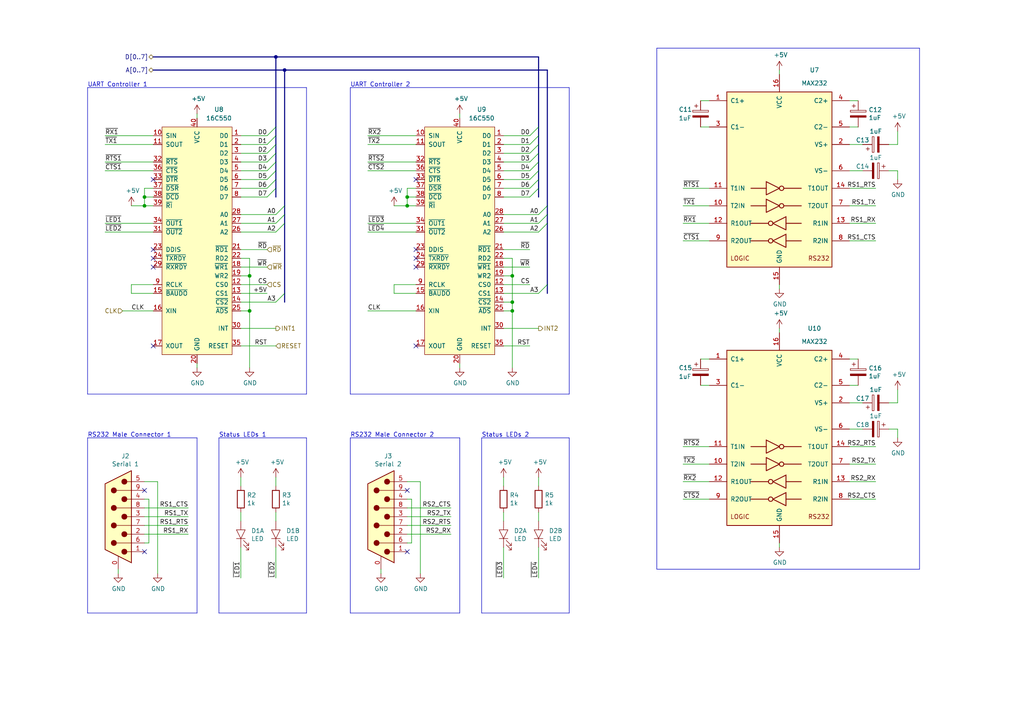
<source format=kicad_sch>
(kicad_sch (version 20230121) (generator eeschema)
  (paper "A4")
  (title_block (title "Project RackZ80 - RS232") (date "2021-04-09") (rev "1.0") (company "Jannik Kreucher"))
  (lib_symbols
    (symbol "Device:R" (pin_numbers hide) (pin_names (offset 0))
      (property "Reference" "R" (at 2.032 0 90))
      (property "Value" "R" (at 0 0 90))
      (symbol "R_0_1"
        (rectangle (start -1.016 -2.54) (end 1.016 2.54) (stroke (width 0.254)))
      )
      (symbol "R_1_1"
        (pin passive line (at 0 3.81 270) (length 1.27) (name "~") (number "1"))
        (pin passive line (at 0 -3.81 90) (length 1.27) (name "~") (number "2"))
      )
    )
    (symbol "Interface_UART:MAX232" (pin_names (offset 1.016))
      (property "Reference" "U" (at -2.54 28.575 0))
      (property "Value" "MAX232" (at -2.54 26.67 0))
      (symbol "MAX232_0_0"
        (text "LOGIC" (at -11.43 -22.86 0) (effects (font (size 1.27 1.27))))
        (text "RS232" (at 11.43 -22.86 0) (effects (font (size 1.27 1.27))))
      )
      (symbol "MAX232_0_1"
        (rectangle (start -15.24 -25.4) (end 15.24 25.4) (stroke (width 0.254)) (fill (type background)))
        (circle (center -2.54 -17.78) (radius 0.635) (stroke (width 0.254)))
        (circle (center -2.54 -12.7) (radius 0.635) (stroke (width 0.254)))
        (polyline (pts (xy -3.81 -7.62) (xy -8.255 -7.62)) (stroke (width 0.254)))
        (polyline (pts (xy -3.81 -2.54) (xy -8.255 -2.54)) (stroke (width 0.254)))
        (polyline (pts (xy -3.175 -17.78) (xy -8.255 -17.78)) (stroke (width 0.254)))
        (polyline (pts (xy -3.175 -12.7) (xy -8.255 -12.7)) (stroke (width 0.254)))
        (polyline (pts (xy 1.27 -7.62) (xy 6.35 -7.62)) (stroke (width 0.254)))
        (polyline (pts (xy 1.27 -2.54) (xy 6.35 -2.54)) (stroke (width 0.254)))
        (polyline (pts (xy 1.905 -17.78) (xy 6.35 -17.78)) (stroke (width 0.254)))
        (polyline (pts (xy 1.905 -12.7) (xy 6.35 -12.7)) (stroke (width 0.254)))
        (polyline (pts (xy -3.81 -5.715) (xy -3.81 -9.525) (xy 0 -7.62) (xy -3.81 -5.715)) (stroke (width 0.254)))
        (polyline (pts (xy -3.81 -0.635) (xy -3.81 -4.445) (xy 0 -2.54) (xy -3.81 -0.635)) (stroke (width 0.254)))
        (polyline (pts (xy 1.905 -15.875) (xy 1.905 -19.685) (xy -1.905 -17.78) (xy 1.905 -15.875)) (stroke (width 0.254)))
        (polyline (pts (xy 1.905 -10.795) (xy 1.905 -14.605) (xy -1.905 -12.7) (xy 1.905 -10.795)) (stroke (width 0.254)))
        (circle (center 0.635 -7.62) (radius 0.635) (stroke (width 0.254)))
        (circle (center 0.635 -2.54) (radius 0.635) (stroke (width 0.254)))
      )
      (symbol "MAX232_1_1"
        (pin passive line (at -20.32 22.86 0) (length 5.08) (name "C1+") (number "1"))
        (pin input line (at -20.32 -7.62 0) (length 5.08) (name "T2IN") (number "10"))
        (pin input line (at -20.32 -2.54 0) (length 5.08) (name "T1IN") (number "11"))
        (pin output line (at -20.32 -12.7 0) (length 5.08) (name "R1OUT") (number "12"))
        (pin input line (at 20.32 -12.7 180) (length 5.08) (name "R1IN") (number "13"))
        (pin output line (at 20.32 -2.54 180) (length 5.08) (name "T1OUT") (number "14"))
        (pin power_in line (at 0 -30.48 90) (length 5.08) (name "GND") (number "15"))
        (pin power_in line (at 0 30.48 270) (length 5.08) (name "VCC") (number "16"))
        (pin power_out line (at 20.32 10.16 180) (length 5.08) (name "VS+") (number "2"))
        (pin passive line (at -20.32 15.24 0) (length 5.08) (name "C1-") (number "3"))
        (pin passive line (at 20.32 22.86 180) (length 5.08) (name "C2+") (number "4"))
        (pin passive line (at 20.32 15.24 180) (length 5.08) (name "C2-") (number "5"))
        (pin power_out line (at 20.32 2.54 180) (length 5.08) (name "VS-") (number "6"))
        (pin output line (at 20.32 -7.62 180) (length 5.08) (name "T2OUT") (number "7"))
        (pin input line (at 20.32 -17.78 180) (length 5.08) (name "R2IN") (number "8"))
        (pin output line (at -20.32 -17.78 0) (length 5.08) (name "R2OUT") (number "9"))
      )
    )
    (symbol "RackZ80_Parts:16C550" (pin_names (offset 1.016))
      (property "Reference" "U" (at 6.35 35.56 0))
      (property "Value" "16C550" (at 6.35 33.02 0))
      (symbol "16C550_0_1"
        (rectangle (start -10.16 30.48) (end 10.16 -35.56) (fill (type background)))
      )
      (symbol "16C550_1_1"
        (pin bidirectional line (at -12.7 27.94 0) (length 2.54) (name "D0") (number "1"))
        (pin input line (at 12.7 27.94 180) (length 2.54) (name "SIN") (number "10"))
        (pin output line (at 12.7 25.4 180) (length 2.54) (name "SOUT") (number "11"))
        (pin input line (at -12.7 -15.24 0) (length 2.54) (name "CS0") (number "12"))
        (pin input line (at -12.7 -17.78 0) (length 2.54) (name "CS1") (number "13"))
        (pin input line (at -12.7 -20.32 0) (length 2.54) (name "~{CS2}") (number "14"))
        (pin output line (at 12.7 -17.78 180) (length 2.54) (name "~{BAUDO}") (number "15"))
        (pin input line (at 12.7 -22.86 180) (length 2.54) (name "XIN") (number "16"))
        (pin output line (at 12.7 -33.02 180) (length 2.54) (name "XOUT") (number "17"))
        (pin input line (at -12.7 -10.16 0) (length 2.54) (name "~{WR1}") (number "18"))
        (pin input line (at -12.7 -12.7 0) (length 2.54) (name "WR2") (number "19"))
        (pin bidirectional line (at -12.7 25.4 0) (length 2.54) (name "D1") (number "2"))
        (pin passive line (at 0 -38.1 90) (length 2.54) (name "GND") (number "20"))
        (pin input line (at -12.7 -5.08 0) (length 2.54) (name "~{RD1}") (number "21"))
        (pin input line (at -12.7 -7.62 0) (length 2.54) (name "RD2") (number "22"))
        (pin output line (at 12.7 -5.08 180) (length 2.54) (name "DDIS") (number "23"))
        (pin output line (at 12.7 -7.62 180) (length 2.54) (name "~{TXRDY}") (number "24"))
        (pin input line (at -12.7 -22.86 0) (length 2.54) (name "~{ADS}") (number "25"))
        (pin input line (at -12.7 0 0) (length 2.54) (name "A2") (number "26"))
        (pin input line (at -12.7 2.54 0) (length 2.54) (name "A1") (number "27"))
        (pin input line (at -12.7 5.08 0) (length 2.54) (name "A0") (number "28"))
        (pin output line (at 12.7 -10.16 180) (length 2.54) (name "~{RXRDY}") (number "29"))
        (pin bidirectional line (at -12.7 22.86 0) (length 2.54) (name "D2") (number "3"))
        (pin output line (at -12.7 -27.94 0) (length 2.54) (name "INT") (number "30"))
        (pin output line (at 12.7 0 180) (length 2.54) (name "~{OUT2}") (number "31"))
        (pin output line (at 12.7 20.32 180) (length 2.54) (name "~{RTS}") (number "32"))
        (pin output line (at 12.7 15.24 180) (length 2.54) (name "~{DTR}") (number "33"))
        (pin output line (at 12.7 2.54 180) (length 2.54) (name "~{OUT1}") (number "34"))
        (pin input line (at -12.7 -33.02 0) (length 2.54) (name "RESET") (number "35"))
        (pin input line (at 12.7 17.78 180) (length 2.54) (name "~{CTS}") (number "36"))
        (pin input line (at 12.7 12.7 180) (length 2.54) (name "~{DSR}") (number "37"))
        (pin input line (at 12.7 10.16 180) (length 2.54) (name "~{DCD}") (number "38"))
        (pin input line (at 12.7 7.62 180) (length 2.54) (name "~{RI}") (number "39"))
        (pin bidirectional line (at -12.7 20.32 0) (length 2.54) (name "D3") (number "4"))
        (pin passive line (at 0 33.02 270) (length 2.54) (name "VCC") (number "40"))
        (pin bidirectional line (at -12.7 17.78 0) (length 2.54) (name "D4") (number "5"))
        (pin bidirectional line (at -12.7 15.24 0) (length 2.54) (name "D5") (number "6"))
        (pin bidirectional line (at -12.7 12.7 0) (length 2.54) (name "D6") (number "7"))
        (pin bidirectional line (at -12.7 10.16 0) (length 2.54) (name "D7") (number "8"))
        (pin input line (at 12.7 -15.24 180) (length 2.54) (name "RCLK") (number "9"))
      )
    )
    (symbol "RackZ80_Parts:LED" (pin_numbers hide) (pin_names (offset 0) hide)
      (property "Reference" "D" (at 0 2.54 0))
      (property "Value" "LED" (at 0 -2.54 0))
      (symbol "LED_1_1"
        (polyline (pts (xy -1.27 1.27) (xy -1.27 -1.27)))
        (polyline (pts (xy 1.27 1.27) (xy 1.27 -1.27) (xy -1.27 0) (xy 1.27 1.27)))
        (polyline (pts (xy -3.048 -0.762) (xy -4.572 -2.286) (xy -3.81 -2.286) (xy -4.572 -2.286) (xy -4.572 -1.524)))
        (polyline (pts (xy -1.778 -0.762) (xy -3.302 -2.286) (xy -2.54 -2.286) (xy -3.302 -2.286) (xy -3.302 -1.524)))
        (pin passive line (at -3.81 0 0) (length 2.54) (name "K") (number "1"))
        (pin passive line (at 3.81 0 180) (length 2.54) (name "A") (number "2"))
      )
      (symbol "LED_2_1"
        (polyline (pts (xy -1.27 1.27) (xy -1.27 -1.27)))
        (polyline (pts (xy 1.27 1.27) (xy 1.27 -1.27) (xy -1.27 0) (xy 1.27 1.27)))
        (polyline (pts (xy -3.048 -0.762) (xy -4.572 -2.286) (xy -3.81 -2.286) (xy -4.572 -2.286) (xy -4.572 -1.524)))
        (polyline (pts (xy -1.778 -0.762) (xy -3.302 -2.286) (xy -2.54 -2.286) (xy -3.302 -2.286) (xy -3.302 -1.524)))
        (pin passive line (at -3.81 0 0) (length 2.54) (name "K") (number "3"))
        (pin passive line (at 3.81 0 180) (length 2.54) (name "A") (number "4"))
      )
    )
    (symbol "RackZ80_RS232-rescue:CP-Device" (pin_numbers hide) (pin_names (offset 0.254))
      (property "Reference" "C" (at 0.635 2.54 0))
      (property "Value" "Device_CP" (at 0.635 -2.54 0))
      (symbol "CP-Device_0_1"
        (rectangle (start -2.286 0.508) (end 2.286 1.016))
        (polyline (pts (xy -1.778 2.286) (xy -0.762 2.286)))
        (polyline (pts (xy -1.27 2.794) (xy -1.27 1.778)))
        (rectangle (start 2.286 -0.508) (end -2.286 -1.016) (fill (type outline)))
      )
      (symbol "CP-Device_1_1"
        (pin passive line (at 0 3.81 270) (length 2.794) (name "~") (number "1"))
        (pin passive line (at 0 -3.81 90) (length 2.794) (name "~") (number "2"))
      )
    )
    (symbol "RackZ80_RS232-rescue:DB9_Male_MountingHoles-Connector" (pin_names (offset 1.016) hide)
      (property "Reference" "J" (at 0 16.51 0))
      (property "Value" "Connector_DB9_Male_MountingHoles" (at 0 14.605 0))
      (symbol "DB9_Male_MountingHoles-Connector_0_1"
        (circle (center -1.778 -10.16) (radius 0.762) (fill (type outline)))
        (circle (center -1.778 -5.08) (radius 0.762) (fill (type outline)))
        (circle (center -1.778 0) (radius 0.762) (fill (type outline)))
        (circle (center -1.778 5.08) (radius 0.762) (fill (type outline)))
        (circle (center -1.778 10.16) (radius 0.762) (fill (type outline)))
        (polyline (pts (xy -3.81 -10.16) (xy -2.54 -10.16)))
        (polyline (pts (xy -3.81 -7.62) (xy 0.508 -7.62)))
        (polyline (pts (xy -3.81 -5.08) (xy -2.54 -5.08)))
        (polyline (pts (xy -3.81 -2.54) (xy 0.508 -2.54)))
        (polyline (pts (xy -3.81 0) (xy -2.54 0)))
        (polyline (pts (xy -3.81 2.54) (xy 0.508 2.54)))
        (polyline (pts (xy -3.81 5.08) (xy -2.54 5.08)))
        (polyline (pts (xy -3.81 7.62) (xy 0.508 7.62)))
        (polyline (pts (xy -3.81 10.16) (xy -2.54 10.16)))
        (polyline (pts (xy -3.81 -13.335) (xy -3.81 13.335) (xy 3.81 9.525) (xy 3.81 -9.525) (xy -3.81 -13.335)) (stroke (width 0.254)) (fill (type background)))
        (circle (center 1.27 -7.62) (radius 0.762) (fill (type outline)))
        (circle (center 1.27 -2.54) (radius 0.762) (fill (type outline)))
        (circle (center 1.27 2.54) (radius 0.762) (fill (type outline)))
        (circle (center 1.27 7.62) (radius 0.762) (fill (type outline)))
      )
      (symbol "DB9_Male_MountingHoles-Connector_1_1"
        (pin passive line (at 0 -15.24 90) (length 3.81) (name "PAD") (number "0"))
        (pin passive line (at -7.62 -10.16 0) (length 3.81) (name "1") (number "1"))
        (pin passive line (at -7.62 -5.08 0) (length 3.81) (name "2") (number "2"))
        (pin passive line (at -7.62 0 0) (length 3.81) (name "3") (number "3"))
        (pin passive line (at -7.62 5.08 0) (length 3.81) (name "4") (number "4"))
        (pin passive line (at -7.62 10.16 0) (length 3.81) (name "5") (number "5"))
        (pin passive line (at -7.62 -7.62 0) (length 3.81) (name "6") (number "6"))
        (pin passive line (at -7.62 -2.54 0) (length 3.81) (name "7") (number "7"))
        (pin passive line (at -7.62 2.54 0) (length 3.81) (name "8") (number "8"))
        (pin passive line (at -7.62 7.62 0) (length 3.81) (name "9") (number "9"))
      )
    )
    (symbol "power:+5V" (power) (pin_names (offset 0))
      (property "Value" "+5V" (at 0 3.556 0))
      (symbol "+5V_0_1"
        (polyline (pts (xy -0.762 1.27) (xy 0 2.54)))
        (polyline (pts (xy 0 0) (xy 0 2.54)))
        (polyline (pts (xy 0 2.54) (xy 0.762 1.27)))
      )
      (symbol "+5V_1_1"
        (pin power_in line (at 0 0 90) (length 0) hide (name "+5V") (number "1"))
      )
    )
    (symbol "power:GND" (power) (pin_names (offset 0))
      (property "Value" "GND" (at 0 -3.81 0))
      (symbol "GND_0_1"
        (polyline (pts (xy 0 0) (xy 0 -1.27) (xy 1.27 -1.27) (xy 0 -2.54) (xy -1.27 -1.27) (xy 0 -1.27)))
      )
      (symbol "GND_1_1"
        (pin power_in line (at 0 0 270) (length 0) hide (name "GND") (number "1"))
      )
    )
  )
  (junction (at 118.11 59.69))
  (junction (at 148.59 80.01))
  (junction (at 41.91 57.15))
  (junction (at 41.91 59.69))
  (junction (at 118.11 57.15))
  (junction (at 72.39 90.17))
  (junction (at 80.01 16.51))
  (junction (at 148.59 87.63))
  (junction (at 72.39 80.01))
  (junction (at 148.59 90.17))
  (junction (at 82.55 20.32))
  (no_connect (at 44.45 52.07))
  (no_connect (at 41.91 160.02))
  (no_connect (at 44.45 100.33))
  (no_connect (at 44.45 72.39))
  (no_connect (at 118.11 160.02))
  (no_connect (at 120.65 52.07))
  (no_connect (at 44.45 74.93))
  (no_connect (at 120.65 100.33))
  (no_connect (at 120.65 72.39))
  (no_connect (at 118.11 142.24))
  (no_connect (at 120.65 74.93))
  (no_connect (at 120.65 77.47))
  (no_connect (at 41.91 142.24))
  (no_connect (at 44.45 77.47))
  (bus_entry (at 156.21 52.07) (size -2.54 2.54))
  (bus_entry (at 80.01 36.83) (size -2.54 2.54))
  (bus_entry (at 156.21 85.09) (size 2.54 -2.54))
  (bus_entry (at 156.21 54.61) (size -2.54 2.54))
  (bus_entry (at 80.01 46.99) (size -2.54 2.54))
  (bus_entry (at 158.75 59.69) (size -2.54 2.54))
  (bus_entry (at 80.01 41.91) (size -2.54 2.54))
  (bus_entry (at 80.01 54.61) (size -2.54 2.54))
  (bus_entry (at 82.55 64.77) (size -2.54 2.54))
  (bus_entry (at 158.75 64.77) (size -2.54 2.54))
  (bus_entry (at 80.01 87.63) (size 2.54 -2.54))
  (bus_entry (at 156.21 41.91) (size -2.54 2.54))
  (bus_entry (at 82.55 59.69) (size -2.54 2.54))
  (bus_entry (at 156.21 36.83) (size -2.54 2.54))
  (bus_entry (at 82.55 62.23) (size -2.54 2.54))
  (bus_entry (at 80.01 39.37) (size -2.54 2.54))
  (bus_entry (at 80.01 49.53) (size -2.54 2.54))
  (bus_entry (at 80.01 44.45) (size -2.54 2.54))
  (bus_entry (at 156.21 44.45) (size -2.54 2.54))
  (bus_entry (at 156.21 39.37) (size -2.54 2.54))
  (bus_entry (at 156.21 49.53) (size -2.54 2.54))
  (bus_entry (at 80.01 52.07) (size -2.54 2.54))
  (bus_entry (at 156.21 46.99) (size -2.54 2.54))
  (bus_entry (at 158.75 62.23) (size -2.54 2.54))
  (wire (pts (xy 69.85 46.99) (xy 77.47 46.99)))
  (polyline (pts (xy 165.1 114.3) (xy 165.1 25.4)))
  (wire (pts (xy 80.01 148.59) (xy 80.01 151.13)))
  (wire (pts (xy 118.11 144.78) (xy 119.38 144.78)))
  (wire (pts (xy 254 54.61) (xy 246.38 54.61)))
  (bus (pts (xy 80.01 16.51) (xy 80.01 36.83)))
  (wire (pts (xy 146.05 39.37) (xy 153.67 39.37)))
  (wire (pts (xy 156.21 148.59) (xy 156.21 151.13)))
  (wire (pts (xy 118.11 54.61) (xy 118.11 57.15)))
  (wire (pts (xy 203.2 29.21) (xy 205.74 29.21)))
  (wire (pts (xy 69.85 54.61) (xy 77.47 54.61)))
  (wire (pts (xy 205.74 36.83) (xy 203.2 36.83)))
  (polyline (pts (xy 63.5 177.8) (xy 88.9 177.8)))
  (bus (pts (xy 82.55 62.23) (xy 82.55 64.77)))
  (wire (pts (xy 106.68 64.77) (xy 120.65 64.77)))
  (wire (pts (xy 254 144.78) (xy 246.38 144.78)))
  (polyline (pts (xy 57.15 177.8) (xy 25.4 177.8)))
  (wire (pts (xy 69.85 44.45) (xy 77.47 44.45)))
  (wire (pts (xy 250.19 116.84) (xy 246.38 116.84)))
  (bus (pts (xy 156.21 54.61) (xy 156.21 57.15)))
  (wire (pts (xy 148.59 90.17) (xy 148.59 106.68)))
  (wire (pts (xy 69.85 158.75) (xy 69.85 167.64)))
  (wire (pts (xy 44.45 67.31) (xy 30.48 67.31)))
  (wire (pts (xy 146.05 62.23) (xy 156.21 62.23)))
  (wire (pts (xy 146.05 52.07) (xy 153.67 52.07)))
  (wire (pts (xy 69.85 41.91) (xy 77.47 41.91)))
  (wire (pts (xy 72.39 74.93) (xy 72.39 80.01)))
  (wire (pts (xy 226.06 157.48) (xy 226.06 158.75)))
  (bus (pts (xy 80.01 36.83) (xy 80.01 39.37)))
  (wire (pts (xy 246.38 29.21) (xy 248.92 29.21)))
  (wire (pts (xy 72.39 90.17) (xy 72.39 106.68)))
  (wire (pts (xy 34.29 165.1) (xy 34.29 166.37)))
  (wire (pts (xy 146.05 158.75) (xy 146.05 167.64)))
  (wire (pts (xy 205.74 139.7) (xy 198.12 139.7)))
  (bus (pts (xy 82.55 85.09) (xy 82.55 87.63)))
  (polyline (pts (xy 25.4 127) (xy 25.4 177.8)))
  (bus (pts (xy 80.01 49.53) (xy 80.01 52.07)))
  (wire (pts (xy 121.92 139.7) (xy 121.92 166.37)))
  (wire (pts (xy 30.48 46.99) (xy 44.45 46.99)))
  (bus (pts (xy 80.01 44.45) (xy 80.01 46.99)))
  (polyline (pts (xy 165.1 177.8) (xy 165.1 127)))
  (wire (pts (xy 41.91 59.69) (xy 44.45 59.69)))
  (wire (pts (xy 69.85 85.09) (xy 77.47 85.09)))
  (polyline (pts (xy 25.4 25.4) (xy 25.4 114.3)))
  (bus (pts (xy 158.75 62.23) (xy 158.75 64.77)))
  (wire (pts (xy 114.3 59.69) (xy 118.11 59.69)))
  (wire (pts (xy 254 139.7) (xy 246.38 139.7)))
  (wire (pts (xy 54.61 147.32) (xy 41.91 147.32)))
  (wire (pts (xy 148.59 74.93) (xy 148.59 80.01)))
  (bus (pts (xy 80.01 46.99) (xy 80.01 49.53)))
  (wire (pts (xy 41.91 54.61) (xy 41.91 57.15)))
  (wire (pts (xy 205.74 69.85) (xy 198.12 69.85)))
  (wire (pts (xy 118.11 149.86) (xy 130.81 149.86)))
  (wire (pts (xy 146.05 80.01) (xy 148.59 80.01)))
  (wire (pts (xy 44.45 49.53) (xy 30.48 49.53)))
  (wire (pts (xy 146.05 100.33) (xy 153.67 100.33)))
  (bus (pts (xy 156.21 16.51) (xy 156.21 36.83)))
  (wire (pts (xy 203.2 104.14) (xy 205.74 104.14)))
  (wire (pts (xy 30.48 64.77) (xy 44.45 64.77)))
  (wire (pts (xy 80.01 158.75) (xy 80.01 167.64)))
  (wire (pts (xy 146.05 87.63) (xy 148.59 87.63)))
  (bus (pts (xy 44.45 20.32) (xy 82.55 20.32)))
  (bus (pts (xy 156.21 41.91) (xy 156.21 44.45)))
  (polyline (pts (xy 101.6 127) (xy 101.6 177.8)))
  (bus (pts (xy 80.01 52.07) (xy 80.01 54.61)))
  (wire (pts (xy 260.35 41.91) (xy 260.35 38.1)))
  (wire (pts (xy 205.74 111.76) (xy 203.2 111.76)))
  (polyline (pts (xy 88.9 114.3) (xy 88.9 25.4)))
  (wire (pts (xy 69.85 74.93) (xy 72.39 74.93)))
  (wire (pts (xy 57.15 33.02) (xy 57.15 34.29)))
  (wire (pts (xy 114.3 85.09) (xy 120.65 85.09)))
  (polyline (pts (xy 101.6 25.4) (xy 101.6 114.3)))
  (wire (pts (xy 69.85 67.31) (xy 80.01 67.31)))
  (wire (pts (xy 146.05 54.61) (xy 153.67 54.61)))
  (bus (pts (xy 82.55 59.69) (xy 82.55 62.23)))
  (wire (pts (xy 148.59 87.63) (xy 148.59 90.17)))
  (bus (pts (xy 156.21 44.45) (xy 156.21 46.99)))
  (wire (pts (xy 254 134.62) (xy 246.38 134.62)))
  (wire (pts (xy 69.85 39.37) (xy 77.47 39.37)))
  (wire (pts (xy 246.38 104.14) (xy 248.92 104.14)))
  (wire (pts (xy 77.47 72.39) (xy 69.85 72.39)))
  (wire (pts (xy 260.35 49.53) (xy 260.35 52.07)))
  (wire (pts (xy 205.74 64.77) (xy 198.12 64.77)))
  (wire (pts (xy 118.11 59.69) (xy 120.65 59.69)))
  (bus (pts (xy 156.21 39.37) (xy 156.21 41.91)))
  (wire (pts (xy 133.35 33.02) (xy 133.35 34.29)))
  (polyline (pts (xy 101.6 127) (xy 133.35 127)))
  (wire (pts (xy 248.92 36.83) (xy 246.38 36.83)))
  (wire (pts (xy 254 69.85) (xy 246.38 69.85)))
  (wire (pts (xy 153.67 82.55) (xy 146.05 82.55)))
  (bus (pts (xy 158.75 64.77) (xy 158.75 82.55)))
  (wire (pts (xy 260.35 124.46) (xy 260.35 127)))
  (wire (pts (xy 119.38 157.48) (xy 118.11 157.48)))
  (wire (pts (xy 110.49 165.1) (xy 110.49 166.37)))
  (wire (pts (xy 69.85 77.47) (xy 77.47 77.47)))
  (wire (pts (xy 118.11 154.94) (xy 130.81 154.94)))
  (wire (pts (xy 205.74 144.78) (xy 198.12 144.78)))
  (polyline (pts (xy 139.7 127) (xy 165.1 127)))
  (bus (pts (xy 80.01 54.61) (xy 80.01 57.15)))
  (wire (pts (xy 156.21 138.43) (xy 156.21 140.97)))
  (polyline (pts (xy 25.4 114.3) (xy 88.9 114.3)))
  (wire (pts (xy 106.68 46.99) (xy 120.65 46.99)))
  (wire (pts (xy 69.85 57.15) (xy 77.47 57.15)))
  (polyline (pts (xy 101.6 25.4) (xy 165.1 25.4)))
  (polyline (pts (xy 25.4 127) (xy 57.15 127)))
  (polyline (pts (xy 190.5 13.97) (xy 190.5 165.1)))
  (wire (pts (xy 146.05 148.59) (xy 146.05 151.13)))
  (wire (pts (xy 205.74 129.54) (xy 198.12 129.54)))
  (wire (pts (xy 120.65 67.31) (xy 106.68 67.31)))
  (wire (pts (xy 205.74 54.61) (xy 198.12 54.61)))
  (wire (pts (xy 69.85 64.77) (xy 80.01 64.77)))
  (wire (pts (xy 41.91 149.86) (xy 54.61 149.86)))
  (wire (pts (xy 80.01 138.43) (xy 80.01 140.97)))
  (wire (pts (xy 118.11 57.15) (xy 118.11 59.69)))
  (wire (pts (xy 44.45 54.61) (xy 41.91 54.61)))
  (wire (pts (xy 72.39 90.17) (xy 69.85 90.17)))
  (polyline (pts (xy 266.7 13.97) (xy 190.5 13.97)))
  (wire (pts (xy 69.85 80.01) (xy 72.39 80.01)))
  (wire (pts (xy 114.3 82.55) (xy 114.3 85.09)))
  (polyline (pts (xy 139.7 177.8) (xy 165.1 177.8)))
  (bus (pts (xy 82.55 20.32) (xy 158.75 20.32)))
  (polyline (pts (xy 133.35 127) (xy 133.35 177.8)))
  (polyline (pts (xy 63.5 127) (xy 63.5 177.8)))
  (wire (pts (xy 38.1 59.69) (xy 41.91 59.69)))
  (wire (pts (xy 45.72 139.7) (xy 45.72 166.37)))
  (bus (pts (xy 82.55 20.32) (xy 82.55 59.69)))
  (wire (pts (xy 120.65 82.55) (xy 114.3 82.55)))
  (wire (pts (xy 254 59.69) (xy 246.38 59.69)))
  (wire (pts (xy 41.91 139.7) (xy 45.72 139.7)))
  (wire (pts (xy 146.05 138.43) (xy 146.05 140.97)))
  (wire (pts (xy 146.05 44.45) (xy 153.67 44.45)))
  (wire (pts (xy 130.81 147.32) (xy 118.11 147.32)))
  (wire (pts (xy 146.05 77.47) (xy 153.67 77.47)))
  (wire (pts (xy 250.19 41.91) (xy 246.38 41.91)))
  (wire (pts (xy 148.59 90.17) (xy 146.05 90.17)))
  (bus (pts (xy 80.01 39.37) (xy 80.01 41.91)))
  (wire (pts (xy 41.91 154.94) (xy 54.61 154.94)))
  (wire (pts (xy 69.85 148.59) (xy 69.85 151.13)))
  (bus (pts (xy 156.21 46.99) (xy 156.21 49.53)))
  (wire (pts (xy 146.05 64.77) (xy 156.21 64.77)))
  (wire (pts (xy 226.06 95.25) (xy 226.06 96.52)))
  (bus (pts (xy 158.75 20.32) (xy 158.75 59.69)))
  (wire (pts (xy 257.81 49.53) (xy 260.35 49.53)))
  (wire (pts (xy 69.85 62.23) (xy 80.01 62.23)))
  (wire (pts (xy 120.65 54.61) (xy 118.11 54.61)))
  (bus (pts (xy 158.75 59.69) (xy 158.75 62.23)))
  (bus (pts (xy 156.21 52.07) (xy 156.21 54.61)))
  (wire (pts (xy 44.45 57.15) (xy 41.91 57.15)))
  (wire (pts (xy 257.81 41.91) (xy 260.35 41.91)))
  (bus (pts (xy 156.21 49.53) (xy 156.21 52.07)))
  (wire (pts (xy 146.05 46.99) (xy 153.67 46.99)))
  (polyline (pts (xy 266.7 165.1) (xy 266.7 13.97)))
  (wire (pts (xy 44.45 82.55) (xy 38.1 82.55)))
  (wire (pts (xy 226.06 20.32) (xy 226.06 21.59)))
  (bus (pts (xy 80.01 16.51) (xy 156.21 16.51)))
  (wire (pts (xy 69.85 138.43) (xy 69.85 140.97)))
  (wire (pts (xy 260.35 116.84) (xy 260.35 113.03)))
  (wire (pts (xy 120.65 41.91) (xy 106.68 41.91)))
  (wire (pts (xy 43.18 157.48) (xy 41.91 157.48)))
  (wire (pts (xy 133.35 105.41) (xy 133.35 106.68)))
  (wire (pts (xy 69.85 52.07) (xy 77.47 52.07)))
  (polyline (pts (xy 133.35 177.8) (xy 101.6 177.8)))
  (wire (pts (xy 120.65 57.15) (xy 118.11 57.15)))
  (wire (pts (xy 80.01 87.63) (xy 69.85 87.63)))
  (wire (pts (xy 43.18 144.78) (xy 43.18 157.48)))
  (wire (pts (xy 146.05 49.53) (xy 153.67 49.53)))
  (wire (pts (xy 153.67 72.39) (xy 146.05 72.39)))
  (wire (pts (xy 146.05 95.25) (xy 156.21 95.25)))
  (wire (pts (xy 41.91 144.78) (xy 43.18 144.78)))
  (bus (pts (xy 82.55 64.77) (xy 82.55 85.09)))
  (wire (pts (xy 254 64.77) (xy 246.38 64.77)))
  (wire (pts (xy 38.1 85.09) (xy 44.45 85.09)))
  (wire (pts (xy 120.65 49.53) (xy 106.68 49.53)))
  (wire (pts (xy 44.45 41.91) (xy 30.48 41.91)))
  (wire (pts (xy 38.1 82.55) (xy 38.1 85.09)))
  (wire (pts (xy 146.05 74.93) (xy 148.59 74.93)))
  (wire (pts (xy 106.68 39.37) (xy 120.65 39.37)))
  (wire (pts (xy 69.85 49.53) (xy 77.47 49.53)))
  (wire (pts (xy 30.48 39.37) (xy 44.45 39.37)))
  (wire (pts (xy 146.05 57.15) (xy 153.67 57.15)))
  (wire (pts (xy 246.38 124.46) (xy 250.19 124.46)))
  (polyline (pts (xy 139.7 127) (xy 139.7 177.8)))
  (polyline (pts (xy 88.9 177.8) (xy 88.9 127)))
  (wire (pts (xy 119.38 144.78) (xy 119.38 157.48)))
  (bus (pts (xy 80.01 41.91) (xy 80.01 44.45)))
  (wire (pts (xy 146.05 41.91) (xy 153.67 41.91)))
  (wire (pts (xy 41.91 57.15) (xy 41.91 59.69)))
  (wire (pts (xy 257.81 116.84) (xy 260.35 116.84)))
  (wire (pts (xy 69.85 82.55) (xy 77.47 82.55)))
  (polyline (pts (xy 57.15 127) (xy 57.15 177.8)))
  (wire (pts (xy 205.74 134.62) (xy 198.12 134.62)))
  (wire (pts (xy 226.06 82.55) (xy 226.06 83.82)))
  (wire (pts (xy 257.81 124.46) (xy 260.35 124.46)))
  (wire (pts (xy 156.21 85.09) (xy 146.05 85.09)))
  (wire (pts (xy 156.21 158.75) (xy 156.21 167.64)))
  (wire (pts (xy 118.11 139.7) (xy 121.92 139.7)))
  (wire (pts (xy 205.74 59.69) (xy 198.12 59.69)))
  (wire (pts (xy 254 129.54) (xy 246.38 129.54)))
  (wire (pts (xy 248.92 111.76) (xy 246.38 111.76)))
  (polyline (pts (xy 63.5 127) (xy 88.9 127)))
  (polyline (pts (xy 190.5 165.1) (xy 266.7 165.1)))
  (polyline (pts (xy 101.6 114.3) (xy 165.1 114.3)))
  (bus (pts (xy 156.21 36.83) (xy 156.21 39.37)))
  (wire (pts (xy 57.15 105.41) (xy 57.15 106.68)))
  (wire (pts (xy 69.85 95.25) (xy 80.01 95.25)))
  (wire (pts (xy 246.38 49.53) (xy 250.19 49.53)))
  (wire (pts (xy 54.61 152.4) (xy 41.91 152.4)))
  (wire (pts (xy 106.68 90.17) (xy 120.65 90.17)))
  (bus (pts (xy 158.75 82.55) (xy 158.75 85.09)))
  (bus (pts (xy 44.45 16.51) (xy 80.01 16.51)))
  (wire (pts (xy 72.39 80.01) (xy 72.39 90.17)))
  (wire (pts (xy 146.05 67.31) (xy 156.21 67.31)))
  (polyline (pts (xy 25.4 25.4) (xy 88.9 25.4)))
  (wire (pts (xy 130.81 152.4) (xy 118.11 152.4)))
  (wire (pts (xy 148.59 80.01) (xy 148.59 87.63)))
  (wire (pts (xy 69.85 100.33) (xy 80.01 100.33)))
  (wire (pts (xy 35.56 90.17) (xy 44.45 90.17)))
  (text "RS232 Male Connector 1" (at 25.4 127 0) (effects (font (size 1.27 1.27)) (justify left bottom)))
  (text "UART Controller 2" (at 101.6 25.4 0) (effects (font (size 1.27 1.27)) (justify left bottom)))
  (text "Status LEDs 1" (at 63.5 127 0) (effects (font (size 1.27 1.27)) (justify left bottom)))
  (text "RS232 Male Connector 2" (at 101.6 127 0) (effects (font (size 1.27 1.27)) (justify left bottom)))
  (text "Status LEDs 2" (at 139.7 127 0) (effects (font (size 1.27 1.27)) (justify left bottom)))
  (text "UART Controller 1" (at 25.4 25.4 0) (effects (font (size 1.27 1.27)) (justify left bottom)))
  (label "D5" (at 77.47 52.07 180))
  (label "~{LED3}" (at 106.68 64.77 0))
  (label "A3" (at 80.01 87.63 180))
  (label "~{RX2}" (at 106.68 39.37 0))
  (label "A1" (at 156.21 64.77 180))
  (label "A0" (at 80.01 62.23 180))
  (label "D4" (at 77.47 49.53 180))
  (label "D0" (at 77.47 39.37 180))
  (label "~{TX1}" (at 30.48 41.91 0))
  (label "~{LED4}" (at 106.68 67.31 0))
  (label "~{RD}" (at 153.67 72.39 180))
  (label "~{RD}" (at 77.47 72.39 180))
  (label "RS2_CTS" (at 254 144.78 180))
  (label "A0" (at 156.21 62.23 180))
  (label "+5V" (at 77.47 85.09 180))
  (label "~{RX1}" (at 198.12 64.77 0))
  (label "~{RX1}" (at 30.48 39.37 0))
  (label "RS1_RTS" (at 54.61 152.4 180))
  (label "RS2_RTS" (at 130.81 152.4 180))
  (label "RS1_CTS" (at 254 69.85 180))
  (label "D1" (at 77.47 41.91 180))
  (label "CLK" (at 106.68 90.17 0))
  (label "RS1_RTS" (at 254 54.61 180))
  (label "RS2_CTS" (at 130.81 147.32 180))
  (label "A3" (at 156.21 85.09 180))
  (label "RS2_RTS" (at 254 129.54 180))
  (label "A2" (at 80.01 67.31 180))
  (label "D4" (at 153.67 49.53 180))
  (label "~{TX2}" (at 198.12 134.62 0))
  (label "~{CTS1}" (at 30.48 49.53 0))
  (label "RST" (at 153.67 100.33 180))
  (label "~{CTS1}" (at 198.12 69.85 0))
  (label "RS1_TX" (at 54.61 149.86 180))
  (label "RS2_TX" (at 254 134.62 180))
  (label "~{CTS2}" (at 198.12 144.78 0))
  (label "D2" (at 77.47 44.45 180))
  (label "~{RTS2}" (at 198.12 129.54 0))
  (label "~{RTS2}" (at 106.68 46.99 0))
  (label "RS1_RX" (at 54.61 154.94 180))
  (label "~{RTS1}" (at 198.12 54.61 0))
  (label "~{RX2}" (at 198.12 139.7 0))
  (label "D6" (at 153.67 54.61 180))
  (label "~{RTS1}" (at 30.48 46.99 0))
  (label "~{LED2}" (at 30.48 67.31 0))
  (label "D6" (at 77.47 54.61 180))
  (label "RS2_RX" (at 130.81 154.94 180))
  (label "RS2_TX" (at 130.81 149.86 180))
  (label "~{WR}" (at 153.67 77.47 180))
  (label "D7" (at 153.67 57.15 180))
  (label "CS" (at 77.47 82.55 180))
  (label "D1" (at 153.67 41.91 180))
  (label "D5" (at 153.67 52.07 180))
  (label "~{LED1}" (at 69.85 167.64 90))
  (label "CLK" (at 38.1 90.17 0))
  (label "A2" (at 156.21 67.31 180))
  (label "RS1_RX" (at 254 64.77 180))
  (label "RS1_CTS" (at 54.61 147.32 180))
  (label "D3" (at 153.67 46.99 180))
  (label "~{LED4}" (at 156.21 167.64 90))
  (label "~{LED2}" (at 80.01 167.64 90))
  (label "A1" (at 80.01 64.77 180))
  (label "RS1_TX" (at 254 59.69 180))
  (label "~{WR}" (at 77.47 77.47 180))
  (label "RST" (at 77.47 100.33 180))
  (label "~{TX2}" (at 106.68 41.91 0))
  (label "D0" (at 153.67 39.37 180))
  (label "D7" (at 77.47 57.15 180))
  (label "D3" (at 77.47 46.99 180))
  (label "RS2_RX" (at 254 139.7 180))
  (label "~{LED3}" (at 146.05 167.64 90))
  (label "~{CTS2}" (at 106.68 49.53 0))
  (label "D2" (at 153.67 44.45 180))
  (label "~{TX1}" (at 198.12 59.69 0))
  (label "CS" (at 153.67 82.55 180))
  (label "~{LED1}" (at 30.48 64.77 0))
  (hierarchical_label "A[0..7]" (shape bidirectional) (at 44.45 20.32 180))
  (hierarchical_label "CS" (shape input) (at 77.47 82.55 0))
  (hierarchical_label "INT2" (shape output) (at 156.21 95.25 0))
  (hierarchical_label "D[0..7]" (shape bidirectional) (at 44.45 16.51 180))
  (hierarchical_label "~{RD}" (shape input) (at 77.47 72.39 0))
  (hierarchical_label "RESET" (shape input) (at 80.01 100.33 0))
  (hierarchical_label "INT1" (shape output) (at 80.01 95.25 0))
  (hierarchical_label "~{WR}" (shape input) (at 77.47 77.47 0))
  (hierarchical_label "CLK" (shape input) (at 35.56 90.17 180))
  (symbol (lib_id "RackZ80_Parts:16C550") (at 57.15 67.31 0) (mirror y) (unit 1)
    (property "Reference" "U8" (at 63.5 31.75 0))
    (property "Value" "16C550" (at 63.5 34.29 0))
    (property "Footprint" "rackz80_footprints:DIP-40_Socket_Wide" (effects hide))
    (property "Datasheet" "https://cdn-reichelt.de/documents/datenblatt/A300/TL16C550B%23TEX.pdf" (effects hide))
    (instances (project "RackZ80_RS232" (path "" (reference "U8") (unit 1)) (path "" (reference "U?") (unit 1))))
  )
  (symbol (lib_id "power:GND") (at 57.15 106.68 0) (unit 1)
    (property "Reference" "#PWR033" (effects hide))
    (property "Value" "GND" (at 57.277 111.0742 0))
    (instances (project "RackZ80_RS232" (path "" (reference "#PWR033") (unit 1)) (path "" (reference "#PWR?") (unit 1))))
  )
  (symbol (lib_id "power:GND") (at 72.39 106.68 0) (unit 1)
    (property "Reference" "#PWR034" (effects hide))
    (property "Value" "GND" (at 72.517 111.0742 0))
    (instances (project "RackZ80_RS232" (path "" (reference "#PWR034") (unit 1)) (path "" (reference "#PWR?") (unit 1))))
  )
  (symbol (lib_id "power:+5V") (at 57.15 33.02 0) (unit 1)
    (property "Reference" "#PWR025" (effects hide))
    (property "Value" "+5V" (at 57.531 28.6258 0))
    (instances (project "RackZ80_RS232" (path "" (reference "#PWR025") (unit 1)) (path "" (reference "#PWR?") (unit 1))))
  )
  (symbol (lib_id "power:+5V") (at 38.1 59.69 0) (unit 1)
    (property "Reference" "#PWR029" (effects hide))
    (property "Value" "+5V" (at 38.481 55.2958 0))
    (instances (project "RackZ80_RS232" (path "" (reference "#PWR029") (unit 1)) (path "" (reference "#PWR?") (unit 1))))
  )
  (symbol (lib_id "RackZ80_Parts:16C550") (at 133.35 67.31 0) (mirror y) (unit 1)
    (property "Reference" "U9" (at 139.7 31.75 0))
    (property "Value" "16C550" (at 139.7 34.29 0))
    (property "Footprint" "rackz80_footprints:DIP-40_Socket_Wide" (effects hide))
    (property "Datasheet" "https://cdn-reichelt.de/documents/datenblatt/A300/TL16C550B%23TEX.pdf" (effects hide))
    (instances (project "RackZ80_RS232" (path "" (reference "U9") (unit 1)) (path "" (reference "U?") (unit 1))))
  )
  (symbol (lib_id "power:GND") (at 133.35 106.68 0) (unit 1)
    (property "Reference" "#PWR035" (effects hide))
    (property "Value" "GND" (at 133.477 111.0742 0))
    (instances (project "RackZ80_RS232" (path "" (reference "#PWR035") (unit 1)) (path "" (reference "#PWR?") (unit 1))))
  )
  (symbol (lib_id "power:GND") (at 148.59 106.68 0) (unit 1)
    (property "Reference" "#PWR036" (effects hide))
    (property "Value" "GND" (at 148.717 111.0742 0))
    (instances (project "RackZ80_RS232" (path "" (reference "#PWR036") (unit 1)) (path "" (reference "#PWR?") (unit 1))))
  )
  (symbol (lib_id "power:+5V") (at 133.35 33.02 0) (unit 1)
    (property "Reference" "#PWR026" (effects hide))
    (property "Value" "+5V" (at 133.731 28.6258 0))
    (instances (project "RackZ80_RS232" (path "" (reference "#PWR026") (unit 1)) (path "" (reference "#PWR?") (unit 1))))
  )
  (symbol (lib_id "power:+5V") (at 114.3 59.69 0) (unit 1)
    (property "Reference" "#PWR030" (effects hide))
    (property "Value" "+5V" (at 114.681 55.2958 0))
    (instances (project "RackZ80_RS232" (path "" (reference "#PWR030") (unit 1)) (path "" (reference "#PWR?") (unit 1))))
  )
  (symbol (lib_id "RackZ80_RS232-rescue:DB9_Male_MountingHoles-Connector") (at 110.49 149.86 0) (mirror y) (unit 1)
    (property "Reference" "J3" (at 112.5728 132.2832 0))
    (property "Value" "Serial 2" (at 112.5728 134.5946 0))
    (property "Footprint" "Connector_Dsub:DSUB-9_Male_Horizontal_P2.77x2.84mm_EdgePinOffset9.90mm_Housed_MountingHolesOffset11.32mm" (effects hide))
    (property "Datasheet" " ~" (effects hide))
  )
  (symbol (lib_id "power:GND") (at 110.49 166.37 0) (unit 1)
    (property "Reference" "#PWR046" (effects hide))
    (property "Value" "GND" (at 110.617 170.7642 0))
  )
  (symbol (lib_id "power:GND") (at 121.92 166.37 0) (unit 1)
    (property "Reference" "#PWR047" (effects hide))
    (property "Value" "GND" (at 122.047 170.7642 0))
  )
  (symbol (lib_id "RackZ80_Parts:LED") (at 146.05 154.94 90) (unit 1)
    (property "Reference" "D2" (at 149.0472 153.9494 90) (effects (justify right)))
    (property "Value" "LED" (at 149.0472 156.2608 90) (effects (justify right)))
    (property "Footprint" "rackz80_footprints:LED_Array_2" (effects hide))
    (property "Datasheet" "https://cdn-reichelt.de/documents/datenblatt/A500/1801_1831_ENG_GER_TDS.pdf" (effects hide))
  )
  (symbol (lib_id "RackZ80_Parts:LED") (at 156.21 154.94 90) (unit 2)
    (property "Reference" "D2" (at 159.2072 153.9494 90) (effects (justify right)))
    (property "Value" "LED" (at 159.2072 156.2608 90) (effects (justify right)))
    (property "Footprint" "rackz80_footprints:LED_Array_2" (effects hide))
    (property "Datasheet" "https://cdn-reichelt.de/documents/datenblatt/A500/1801_1831_ENG_GER_TDS.pdf" (effects hide))
  )
  (symbol (lib_id "Device:R") (at 146.05 144.78 0) (unit 1)
    (property "Reference" "R4" (at 147.828 143.6116 0) (effects (justify left)))
    (property "Value" "1k" (at 147.828 145.923 0) (effects (justify left)))
    (property "Footprint" "Resistor_THT:R_Axial_DIN0207_L6.3mm_D2.5mm_P10.16mm_Horizontal" (effects hide))
  )
  (symbol (lib_id "Device:R") (at 156.21 144.78 0) (unit 1)
    (property "Reference" "R5" (at 157.988 143.6116 0) (effects (justify left)))
    (property "Value" "1k" (at 157.988 145.923 0) (effects (justify left)))
    (property "Footprint" "Resistor_THT:R_Axial_DIN0207_L6.3mm_D2.5mm_P10.16mm_Horizontal" (effects hide))
  )
  (symbol (lib_id "power:+5V") (at 146.05 138.43 0) (unit 1)
    (property "Reference" "#PWR041" (effects hide))
    (property "Value" "+5V" (at 146.431 134.0358 0))
  )
  (symbol (lib_id "power:+5V") (at 156.21 138.43 0) (unit 1)
    (property "Reference" "#PWR042" (effects hide))
    (property "Value" "+5V" (at 156.591 134.0358 0))
  )
  (symbol (lib_id "Interface_UART:MAX232") (at 226.06 127 0) (unit 1)
    (property "Reference" "U10" (at 236.22 95.25 0))
    (property "Value" "MAX232" (at 236.22 99.06 0))
    (property "Footprint" "rackz80_footprints:DIP-16_Socket" (effects hide))
    (property "Datasheet" "http://www.ti.com/lit/ds/symlink/max232.pdf" (effects hide))
  )
  (symbol (lib_id "power:+5V") (at 226.06 95.25 0) (unit 1)
    (property "Reference" "#PWR032" (effects hide))
    (property "Value" "+5V" (at 226.441 90.8558 0))
  )
  (symbol (lib_id "power:GND") (at 226.06 158.75 0) (unit 1)
    (property "Reference" "#PWR043" (effects hide))
    (property "Value" "GND" (at 226.187 163.1442 0))
  )
  (symbol (lib_id "RackZ80_RS232-rescue:CP-Device") (at 248.92 107.95 0) (unit 1)
    (property "Reference" "C16" (at 251.9172 106.7816 0) (effects (justify left)))
    (property "Value" "1uF" (at 251.9172 109.093 0) (effects (justify left)))
    (property "Footprint" "Capacitor_THT:CP_Radial_D5.0mm_P2.00mm" (effects hide))
  )
  (symbol (lib_id "RackZ80_RS232-rescue:CP-Device") (at 203.2 107.95 0) (unit 1)
    (property "Reference" "C15" (at 196.85 106.68 0) (effects (justify left)))
    (property "Value" "1uF" (at 196.85 109.22 0) (effects (justify left)))
    (property "Footprint" "Capacitor_THT:CP_Radial_D5.0mm_P2.00mm" (effects hide))
  )
  (symbol (lib_id "RackZ80_RS232-rescue:CP-Device") (at 254 116.84 90) (unit 1)
    (property "Reference" "C17" (at 250.19 115.57 90))
    (property "Value" "1uF" (at 254 113.03 90))
    (property "Footprint" "Capacitor_THT:CP_Radial_D5.0mm_P2.00mm" (effects hide))
  )
  (symbol (lib_id "RackZ80_RS232-rescue:CP-Device") (at 254 124.46 270) (unit 1)
    (property "Reference" "C18" (at 250.19 123.19 90))
    (property "Value" "1uF" (at 254 120.65 90))
    (property "Footprint" "Capacitor_THT:CP_Radial_D5.0mm_P2.00mm" (effects hide))
  )
  (symbol (lib_id "power:+5V") (at 260.35 113.03 0) (unit 1)
    (property "Reference" "#PWR037" (effects hide))
    (property "Value" "+5V" (at 260.731 108.6358 0))
  )
  (symbol (lib_id "power:GND") (at 260.35 127 0) (unit 1)
    (property "Reference" "#PWR038" (effects hide))
    (property "Value" "GND" (at 260.477 131.3942 0))
  )
  (symbol (lib_id "Interface_UART:MAX232") (at 226.06 52.07 0) (unit 1)
    (property "Reference" "U7" (at 236.22 20.32 0))
    (property "Value" "MAX232" (at 236.22 24.13 0))
    (property "Footprint" "rackz80_footprints:DIP-16_Socket" (effects hide))
    (property "Datasheet" "http://www.ti.com/lit/ds/symlink/max232.pdf" (effects hide))
  )
  (symbol (lib_id "power:+5V") (at 226.06 20.32 0) (unit 1)
    (property "Reference" "#PWR024" (effects hide))
    (property "Value" "+5V" (at 226.441 15.9258 0))
  )
  (symbol (lib_id "power:GND") (at 226.06 83.82 0) (unit 1)
    (property "Reference" "#PWR031" (effects hide))
    (property "Value" "GND" (at 226.187 88.2142 0))
  )
  (symbol (lib_id "RackZ80_RS232-rescue:CP-Device") (at 248.92 33.02 0) (unit 1)
    (property "Reference" "C12" (at 251.9172 31.8516 0) (effects (justify left)))
    (property "Value" "1uF" (at 251.9172 34.163 0) (effects (justify left)))
    (property "Footprint" "Capacitor_THT:CP_Radial_D5.0mm_P2.00mm" (effects hide))
  )
  (symbol (lib_id "RackZ80_RS232-rescue:CP-Device") (at 203.2 33.02 0) (unit 1)
    (property "Reference" "C11" (at 196.85 31.75 0) (effects (justify left)))
    (property "Value" "1uF" (at 196.85 34.29 0) (effects (justify left)))
    (property "Footprint" "Capacitor_THT:CP_Radial_D5.0mm_P2.00mm" (effects hide))
  )
  (symbol (lib_id "RackZ80_RS232-rescue:CP-Device") (at 254 41.91 90) (unit 1)
    (property "Reference" "C13" (at 250.19 40.64 90))
    (property "Value" "1uF" (at 254 38.1 90))
    (property "Footprint" "Capacitor_THT:CP_Radial_D5.0mm_P2.00mm" (effects hide))
  )
  (symbol (lib_id "RackZ80_RS232-rescue:CP-Device") (at 254 49.53 270) (unit 1)
    (property "Reference" "C14" (at 250.19 48.26 90))
    (property "Value" "1uF" (at 254 45.72 90))
    (property "Footprint" "Capacitor_THT:CP_Radial_D5.0mm_P2.00mm" (effects hide))
  )
  (symbol (lib_id "power:+5V") (at 260.35 38.1 0) (unit 1)
    (property "Reference" "#PWR027" (effects hide))
    (property "Value" "+5V" (at 260.731 33.7058 0))
  )
  (symbol (lib_id "power:GND") (at 260.35 52.07 0) (unit 1)
    (property "Reference" "#PWR028" (effects hide))
    (property "Value" "GND" (at 260.477 56.4642 0))
  )
  (symbol (lib_id "RackZ80_RS232-rescue:DB9_Male_MountingHoles-Connector") (at 34.29 149.86 0) (mirror y) (unit 1)
    (property "Reference" "J2" (at 36.3728 132.2832 0))
    (property "Value" "Serial 1" (at 36.3728 134.5946 0))
    (property "Footprint" "Connector_Dsub:DSUB-9_Male_Horizontal_P2.77x2.84mm_EdgePinOffset9.90mm_Housed_MountingHolesOffset11.32mm" (effects hide))
    (property "Datasheet" " ~" (effects hide))
  )
  (symbol (lib_id "power:GND") (at 34.29 166.37 0) (unit 1)
    (property "Reference" "#PWR044" (effects hide))
    (property "Value" "GND" (at 34.417 170.7642 0))
  )
  (symbol (lib_id "power:GND") (at 45.72 166.37 0) (unit 1)
    (property "Reference" "#PWR045" (effects hide))
    (property "Value" "GND" (at 45.847 170.7642 0))
  )
  (symbol (lib_id "RackZ80_Parts:LED") (at 69.85 154.94 90) (unit 1)
    (property "Reference" "D1" (at 72.8472 153.9494 90) (effects (justify right)))
    (property "Value" "LED" (at 72.8472 156.2608 90) (effects (justify right)))
    (property "Footprint" "rackz80_footprints:LED_Array_2" (effects hide))
    (property "Datasheet" "https://cdn-reichelt.de/documents/datenblatt/A500/1801_1831_ENG_GER_TDS.pdf" (effects hide))
  )
  (symbol (lib_id "RackZ80_Parts:LED") (at 80.01 154.94 90) (unit 2)
    (property "Reference" "D1" (at 83.0072 153.9494 90) (effects (justify right)))
    (property "Value" "LED" (at 83.0072 156.2608 90) (effects (justify right)))
    (property "Footprint" "rackz80_footprints:LED_Array_2" (effects hide))
    (property "Datasheet" "https://cdn-reichelt.de/documents/datenblatt/A500/1801_1831_ENG_GER_TDS.pdf" (effects hide))
  )
  (symbol (lib_id "Device:R") (at 69.85 144.78 0) (unit 1)
    (property "Reference" "R2" (at 71.628 143.6116 0) (effects (justify left)))
    (property "Value" "1k" (at 71.628 145.923 0) (effects (justify left)))
    (property "Footprint" "Resistor_THT:R_Axial_DIN0207_L6.3mm_D2.5mm_P10.16mm_Horizontal" (effects hide))
  )
  (symbol (lib_id "Device:R") (at 80.01 144.78 0) (unit 1)
    (property "Reference" "R3" (at 81.788 143.6116 0) (effects (justify left)))
    (property "Value" "1k" (at 81.788 145.923 0) (effects (justify left)))
    (property "Footprint" "Resistor_THT:R_Axial_DIN0207_L6.3mm_D2.5mm_P10.16mm_Horizontal" (effects hide))
  )
  (symbol (lib_id "power:+5V") (at 69.85 138.43 0) (unit 1)
    (property "Reference" "#PWR039" (effects hide))
    (property "Value" "+5V" (at 70.231 134.0358 0))
  )
  (symbol (lib_id "power:+5V") (at 80.01 138.43 0) (unit 1)
    (property "Reference" "#PWR040" (effects hide))
    (property "Value" "+5V" (at 80.391 134.0358 0))
  )
)
</source>
